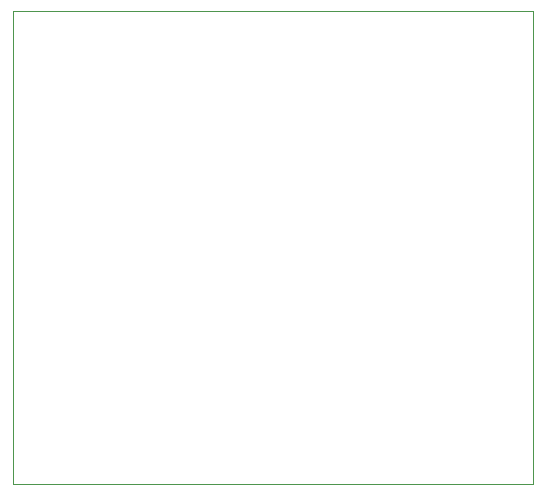
<source format=gm1>
G04 #@! TF.GenerationSoftware,KiCad,Pcbnew,5.1.10-88a1d61d58~90~ubuntu20.04.1*
G04 #@! TF.CreationDate,2021-11-23T17:04:51+00:00*
G04 #@! TF.ProjectId,logic-calc,6c6f6769-632d-4636-916c-632e6b696361,rev?*
G04 #@! TF.SameCoordinates,Original*
G04 #@! TF.FileFunction,Profile,NP*
%FSLAX46Y46*%
G04 Gerber Fmt 4.6, Leading zero omitted, Abs format (unit mm)*
G04 Created by KiCad (PCBNEW 5.1.10-88a1d61d58~90~ubuntu20.04.1) date 2021-11-23 17:04:51*
%MOMM*%
%LPD*%
G01*
G04 APERTURE LIST*
G04 #@! TA.AperFunction,Profile*
%ADD10C,0.050000*%
G04 #@! TD*
G04 APERTURE END LIST*
D10*
X79000000Y-70000000D02*
X79000000Y-30000000D01*
X123000000Y-70000000D02*
X79000000Y-70000000D01*
X123000000Y-30000000D02*
X123000000Y-70000000D01*
X79000000Y-30000000D02*
X123000000Y-30000000D01*
M02*

</source>
